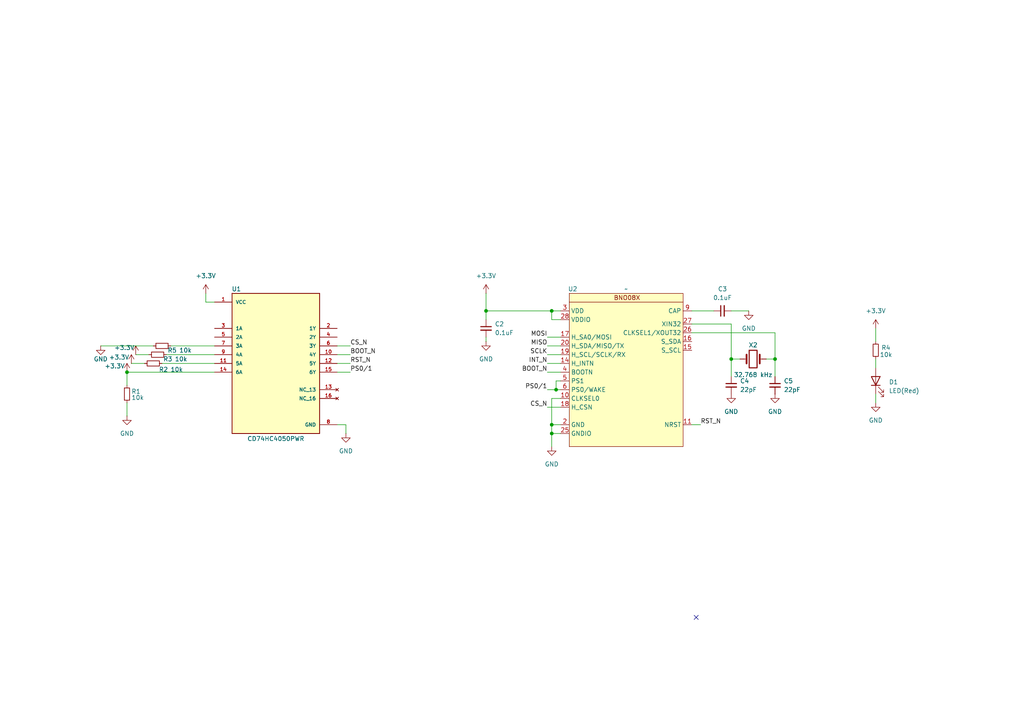
<source format=kicad_sch>
(kicad_sch (version 20231120) (generator "eeschema") (generator_version "8.0")
  (paper "A4")
  (title_block (title "Inertial Measurement Unit Board") (date "2024-02-28") (rev "v1.0.0") (company "Running Cadence Measurement Belt") (comment 1 "For Round 1 PCB Order"))
  (lib_symbols
    (symbol "445Symbols:BNO08X"
      (property "Reference" "U" (at 0 0 0))
      (symbol "BNO08X_0_1"
        (polyline (pts (xy 0 -3.81) (xy 33.02 -3.81)))
      )
      (symbol "BNO08X_1_1"
        (rectangle (start 0 -1.27) (end 33.02 -45.72) (fill (type background)))
        (text "BNO08X" (at 16.764 -2.54 0) (effects (font (size 1.27 1.27))))
        (pin input line (at -2.54 -31.75 0) (length 2.54) (name "CLKSEL0") (number "10"))
        (pin input line (at 35.56 -39.37 180) (length 2.54) (name "NRST") (number "11"))
        (pin output line (at -2.54 -21.59 0) (length 2.54) (name "H_INTN") (number "14"))
        (pin bidirectional line (at 35.56 -17.78 180) (length 2.54) (name "S_SCL") (number "15"))
        (pin bidirectional line (at 35.56 -15.24 180) (length 2.54) (name "S_SDA") (number "16"))
        (pin output line (at -2.54 -13.97 0) (length 2.54) (name "H_SA0/MOSI") (number "17"))
        (pin input line (at -2.54 -34.29 0) (length 2.54) (name "H_CSN") (number "18"))
        (pin bidirectional line (at -2.54 -19.05 0) (length 2.54) (name "H_SCL/SCLK/RX") (number "19"))
        (pin input line (at -2.54 -39.37 0) (length 2.54) (name "GND") (number "2"))
        (pin bidirectional line (at -2.54 -16.51 0) (length 2.54) (name "H_SDA/MISO/TX") (number "20"))
        (pin input line (at -2.54 -41.91 0) (length 2.54) (name "GNDIO") (number "25"))
        (pin output line (at 35.56 -12.7 180) (length 2.54) (name "CLKSEL1/XOUT32") (number "26"))
        (pin input line (at 35.56 -10.16 180) (length 2.54) (name "XIN32") (number "27"))
        (pin input line (at -2.54 -8.89 0) (length 2.54) (name "VDDIO") (number "28"))
        (pin input line (at -2.54 -6.35 0) (length 2.54) (name "VDD") (number "3"))
        (pin input line (at -2.54 -24.13 0) (length 2.54) (name "BOOTN") (number "4"))
        (pin input line (at -2.54 -26.67 0) (length 2.54) (name "PS1") (number "5"))
        (pin input line (at -2.54 -29.21 0) (length 2.54) (name "PS0/WAKE") (number "6"))
        (pin passive line (at 35.56 -6.35 180) (length 2.54) (name "CAP") (number "9"))
      )
    )
    (symbol "CD74HC4050PWR:CD74HC4050PWR" (pin_names (offset 1.016))
      (property "Reference" "U" (at -12.7 21.59 0))
      (property "Value" "CD74HC4050PWR" (at -12.7 -22.86 0))
      (symbol "CD74HC4050PWR_0_0"
        (rectangle (start -12.7 -20.32) (end 12.7 20.32) (stroke (width 0.254)) (fill (type background)))
        (pin power_in line (at -17.78 17.78 0) (length 5.08) (name "VCC") (number "1"))
        (pin output line (at 17.78 2.54 180) (length 5.08) (name "4Y") (number "10"))
        (pin input line (at -17.78 0 0) (length 5.08) (name "5A") (number "11"))
        (pin output line (at 17.78 0 180) (length 5.08) (name "5Y") (number "12"))
        (pin no_connect line (at 17.78 -7.62 180) (length 5.08) (name "NC_13") (number "13"))
        (pin input line (at -17.78 -2.54 0) (length 5.08) (name "6A") (number "14"))
        (pin output line (at 17.78 -2.54 180) (length 5.08) (name "6Y") (number "15"))
        (pin no_connect line (at 17.78 -10.16 180) (length 5.08) (name "NC_16") (number "16"))
        (pin output line (at 17.78 10.16 180) (length 5.08) (name "1Y") (number "2"))
        (pin input line (at -17.78 10.16 0) (length 5.08) (name "1A") (number "3"))
        (pin output line (at 17.78 7.62 180) (length 5.08) (name "2Y") (number "4"))
        (pin input line (at -17.78 7.62 0) (length 5.08) (name "2A") (number "5"))
        (pin output line (at 17.78 5.08 180) (length 5.08) (name "3Y") (number "6"))
        (pin input line (at -17.78 5.08 0) (length 5.08) (name "3A") (number "7"))
        (pin power_in line (at 17.78 -17.78 180) (length 5.08) (name "GND") (number "8"))
        (pin input line (at -17.78 2.54 0) (length 5.08) (name "4A") (number "9"))
      )
    )
    (symbol "Device:C_Small" (pin_numbers hide) (pin_names (offset 0.254) hide)
      (property "Reference" "C" (at 0.254 1.778 0))
      (property "Value" "C_Small" (at 0.254 -2.032 0))
      (symbol "C_Small_0_1"
        (polyline (pts (xy -1.524 -0.508) (xy 1.524 -0.508)) (stroke (width 0.3302)))
        (polyline (pts (xy -1.524 0.508) (xy 1.524 0.508)) (stroke (width 0.3048)))
      )
      (symbol "C_Small_1_1"
        (pin passive line (at 0 2.54 270) (length 2.032) (name "~") (number "1"))
        (pin passive line (at 0 -2.54 90) (length 2.032) (name "~") (number "2"))
      )
    )
    (symbol "Device:Crystal" (pin_numbers hide) (pin_names (offset 1.016) hide)
      (property "Reference" "Y" (at 0 3.81 0))
      (property "Value" "Crystal" (at 0 -3.81 0))
      (symbol "Crystal_0_1"
        (rectangle (start -1.143 2.54) (end 1.143 -2.54) (stroke (width 0.3048)))
        (polyline (pts (xy -2.54 0) (xy -1.905 0)))
        (polyline (pts (xy -1.905 -1.27) (xy -1.905 1.27)) (stroke (width 0.508)))
        (polyline (pts (xy 1.905 -1.27) (xy 1.905 1.27)) (stroke (width 0.508)))
        (polyline (pts (xy 2.54 0) (xy 1.905 0)))
      )
      (symbol "Crystal_1_1"
        (pin passive line (at -3.81 0 0) (length 1.27) (name "1") (number "1"))
        (pin passive line (at 3.81 0 180) (length 1.27) (name "2") (number "2"))
      )
    )
    (symbol "Device:LED" (pin_numbers hide) (pin_names (offset 1.016) hide)
      (property "Reference" "D" (at 0 2.54 0))
      (property "Value" "LED" (at 0 -2.54 0))
      (symbol "LED_0_1"
        (polyline (pts (xy -1.27 -1.27) (xy -1.27 1.27)) (stroke (width 0.254)))
        (polyline (pts (xy -1.27 0) (xy 1.27 0)))
        (polyline (pts (xy 1.27 -1.27) (xy 1.27 1.27) (xy -1.27 0) (xy 1.27 -1.27)) (stroke (width 0.254)))
        (polyline (pts (xy -3.048 -0.762) (xy -4.572 -2.286) (xy -3.81 -2.286) (xy -4.572 -2.286) (xy -4.572 -1.524)))
        (polyline (pts (xy -1.778 -0.762) (xy -3.302 -2.286) (xy -2.54 -2.286) (xy -3.302 -2.286) (xy -3.302 -1.524)))
      )
      (symbol "LED_1_1"
        (pin passive line (at -3.81 0 0) (length 2.54) (name "K") (number "1"))
        (pin passive line (at 3.81 0 180) (length 2.54) (name "A") (number "2"))
      )
    )
    (symbol "Device:R_Small" (pin_numbers hide) (pin_names (offset 0.254) hide)
      (property "Reference" "R" (at 0.762 0.508 0))
      (property "Value" "R_Small" (at 0.762 -1.016 0))
      (symbol "R_Small_0_1"
        (rectangle (start -0.762 1.778) (end 0.762 -1.778) (stroke (width 0.2032)))
      )
      (symbol "R_Small_1_1"
        (pin passive line (at 0 2.54 270) (length 0.762) (name "~") (number "1"))
        (pin passive line (at 0 -2.54 90) (length 0.762) (name "~") (number "2"))
      )
    )
    (symbol "power:+3.3V" (power) (pin_numbers hide) (pin_names (offset 0) hide)
      (property "Value" "+3.3V" (at 0 3.556 0))
      (symbol "+3.3V_0_1"
        (polyline (pts (xy -0.762 1.27) (xy 0 2.54)))
        (polyline (pts (xy 0 0) (xy 0 2.54)))
        (polyline (pts (xy 0 2.54) (xy 0.762 1.27)))
      )
      (symbol "+3.3V_1_1"
        (pin power_in line (at 0 0 90) (length 0) (name "~") (number "1"))
      )
    )
    (symbol "power:GND" (power) (pin_numbers hide) (pin_names (offset 0) hide)
      (property "Value" "GND" (at 0 -3.81 0))
      (symbol "GND_0_1"
        (polyline (pts (xy 0 0) (xy 0 -1.27) (xy 1.27 -1.27) (xy 0 -2.54) (xy -1.27 -1.27) (xy 0 -1.27)))
      )
      (symbol "GND_1_1"
        (pin power_in line (at 0 0 270) (length 0) (name "~") (number "1"))
      )
    )
  )
  (junction (at 140.97 90.17))
  (junction (at 160.02 123.19))
  (junction (at 36.83 107.95))
  (junction (at 160.02 125.73))
  (junction (at 212.09 104.14))
  (junction (at 161.29 113.03))
  (junction (at 224.79 104.14))
  (junction (at 160.02 90.17))
  (no_connect (at 201.93 179.07))
  (wire (pts (xy 162.56 113.03) (xy 161.29 113.03)))
  (wire (pts (xy 158.75 118.11) (xy 162.56 118.11)))
  (wire (pts (xy 224.79 96.52) (xy 200.66 96.52)))
  (wire (pts (xy 160.02 125.73) (xy 162.56 125.73)))
  (wire (pts (xy 49.53 100.33) (xy 62.23 100.33)))
  (wire (pts (xy 212.09 90.17) (xy 217.17 90.17)))
  (wire (pts (xy 162.56 110.49) (xy 161.29 110.49)))
  (wire (pts (xy 212.09 93.98) (xy 212.09 104.14)))
  (wire (pts (xy 158.75 105.41) (xy 162.56 105.41)))
  (wire (pts (xy 48.26 102.87) (xy 62.23 102.87)))
  (wire (pts (xy 97.79 105.41) (xy 101.6 105.41)))
  (wire (pts (xy 140.97 85.09) (xy 140.97 90.17)))
  (wire (pts (xy 158.75 102.87) (xy 162.56 102.87)))
  (wire (pts (xy 160.02 125.73) (xy 160.02 129.54)))
  (wire (pts (xy 160.02 123.19) (xy 160.02 125.73)))
  (wire (pts (xy 29.21 100.33) (xy 44.45 100.33)))
  (wire (pts (xy 160.02 115.57) (xy 160.02 123.19)))
  (wire (pts (xy 203.2 123.19) (xy 200.66 123.19)))
  (wire (pts (xy 97.79 107.95) (xy 101.6 107.95)))
  (wire (pts (xy 100.33 123.19) (xy 100.33 125.73)))
  (wire (pts (xy 161.29 110.49) (xy 161.29 113.03)))
  (wire (pts (xy 162.56 115.57) (xy 160.02 115.57)))
  (wire (pts (xy 222.25 104.14) (xy 224.79 104.14)))
  (wire (pts (xy 140.97 90.17) (xy 140.97 92.71)))
  (wire (pts (xy 254 104.14) (xy 254 106.68)))
  (wire (pts (xy 160.02 92.71) (xy 160.02 90.17)))
  (wire (pts (xy 97.79 100.33) (xy 101.6 100.33)))
  (wire (pts (xy 158.75 97.79) (xy 162.56 97.79)))
  (wire (pts (xy 224.79 104.14) (xy 224.79 109.22)))
  (wire (pts (xy 158.75 113.03) (xy 161.29 113.03)))
  (wire (pts (xy 254 95.25) (xy 254 99.06)))
  (wire (pts (xy 224.79 104.14) (xy 224.79 96.52)))
  (wire (pts (xy 140.97 90.17) (xy 160.02 90.17)))
  (wire (pts (xy 158.75 100.33) (xy 162.56 100.33)))
  (wire (pts (xy 212.09 104.14) (xy 212.09 109.22)))
  (wire (pts (xy 254 114.3) (xy 254 116.84)))
  (wire (pts (xy 97.79 102.87) (xy 101.6 102.87)))
  (wire (pts (xy 62.23 87.63) (xy 59.69 87.63)))
  (wire (pts (xy 162.56 92.71) (xy 160.02 92.71)))
  (wire (pts (xy 38.1 105.41) (xy 41.91 105.41)))
  (wire (pts (xy 214.63 104.14) (xy 212.09 104.14)))
  (wire (pts (xy 59.69 85.09) (xy 59.69 87.63)))
  (wire (pts (xy 160.02 90.17) (xy 162.56 90.17)))
  (wire (pts (xy 39.37 102.87) (xy 43.18 102.87)))
  (wire (pts (xy 158.75 107.95) (xy 162.56 107.95)))
  (wire (pts (xy 200.66 90.17) (xy 207.01 90.17)))
  (wire (pts (xy 97.79 123.19) (xy 100.33 123.19)))
  (wire (pts (xy 140.97 97.79) (xy 140.97 99.06)))
  (wire (pts (xy 36.83 116.84) (xy 36.83 120.65)))
  (wire (pts (xy 162.56 123.19) (xy 160.02 123.19)))
  (wire (pts (xy 36.83 107.95) (xy 36.83 111.76)))
  (wire (pts (xy 46.99 105.41) (xy 62.23 105.41)))
  (wire (pts (xy 36.83 107.95) (xy 62.23 107.95)))
  (wire (pts (xy 200.66 93.98) (xy 212.09 93.98)))
  (label "SCLK" (at 158.75 102.87 180))
  (label "RST_N" (at 203.2 123.19 0))
  (label "CS_N" (at 158.75 118.11 180))
  (label "CS_N" (at 101.6 100.33 0))
  (label "MISO" (at 158.75 100.33 180))
  (label "PS0{slash}1" (at 101.6 107.95 0))
  (label "BOOT_N" (at 101.6 102.87 0))
  (label "RST_N" (at 101.6 105.41 0))
  (label "BOOT_N" (at 158.75 107.95 180))
  (label "INT_N" (at 158.75 105.41 180))
  (label "PS0{slash}1" (at 158.75 113.03 180))
  (label "MOSI" (at 158.75 97.79 180))
  (symbol (lib_id "445Symbols:BNO08X") (at 165.1 83.82 0) (unit 1)
    (property "Reference" "U2" (at 166.116 83.82 0))
    (property "Value" "~" (at 181.61 83.82 0))
    (property "Footprint" "BNO085:IC_BNO080" (effects (hide yes)))
  )
  (symbol (lib_id "CD74HC4050PWR:CD74HC4050PWR") (at 80.01 105.41 0) (unit 1)
    (property "Reference" "U1" (at 68.58 83.82 0))
    (property "Value" "CD74HC4050PWR" (at 80.01 127.254 0))
    (property "Footprint" "CD74HC4050PWR:SOP65P640X120-16N" (effects (hide yes)))
    (property "PARTREV" "February 2005" (effects (hide yes)))
    (property "MANUFACTURER" "Texas Instruments" (effects (hide yes)))
    (property "MAXIMUM_PACKAGE_HEIGHT" "1.2 mm" (effects (hide yes)))
    (property "STANDARD" "IPC 7351B" (effects (hide yes)))
  )
  (symbol (lib_id "Device:R_Small") (at 44.45 105.41 90) (unit 1)
    (property "Reference" "R2" (at 48.768 107.188 90) (effects (justify left)))
    (property "Value" "10k" (at 53.086 107.188 90) (effects (justify left)))
    (property "Footprint" "Resistor_SMD:R_0805_2012Metric_Pad1.20x1.40mm_HandSolder" (effects (hide yes)))
    (property "Description" "Resistor, small symbol" (effects (hide yes)))
  )
  (symbol (lib_id "Device:Crystal") (at 218.44 104.14 0) (unit 1)
    (property "Reference" "X2" (at 218.44 100.076 0))
    (property "Value" "32.768 kHz" (at 218.44 108.712 0))
    (property "Footprint" "Oscillator:Oscillator_SMD_Fordahl_DFAS15-4Pin_5.0x3.2mm_HandSoldering" (effects (hide yes)))
    (property "Description" "Two pin crystal" (effects (hide yes)))
  )
  (symbol (lib_id "power:GND") (at 217.17 90.17 0) (unit 1)
    (property "Reference" "#PWR07" (effects (hide yes)))
    (property "Value" "GND" (at 217.17 95.25 0))
    (property "Description" "Power symbol creates a global label with name \"GND\" , ground" (effects (hide yes)))
  )
  (symbol (lib_id "power:GND") (at 212.09 114.3 0) (unit 1)
    (property "Reference" "#PWR06" (effects (hide yes)))
    (property "Value" "GND" (at 212.09 119.38 0))
    (property "Description" "Power symbol creates a global label with name \"GND\" , ground" (effects (hide yes)))
  )
  (symbol (lib_id "power:+3.3V") (at 140.97 85.09 0) (unit 1)
    (property "Reference" "#PWR03" (effects (hide yes)))
    (property "Value" "+3.3V" (at 140.97 80.01 0))
    (property "Description" "Power symbol creates a global label with name \"+3.3V\"" (effects (hide yes)))
  )
  (symbol (lib_id "Device:R_Small") (at 45.72 102.87 90) (unit 1)
    (property "Reference" "R3" (at 50.038 104.14 90) (effects (justify left)))
    (property "Value" "10k" (at 54.356 104.14 90) (effects (justify left)))
    (property "Footprint" "Resistor_SMD:R_0805_2012Metric_Pad1.20x1.40mm_HandSolder" (effects (hide yes)))
    (property "Description" "Resistor, small symbol" (effects (hide yes)))
  )
  (symbol (lib_id "power:GND") (at 29.21 100.33 0) (unit 1)
    (property "Reference" "#PWR015" (effects (hide yes)))
    (property "Value" "GND" (at 29.21 104.14 0))
    (property "Description" "Power symbol creates a global label with name \"GND\" , ground" (effects (hide yes)))
  )
  (symbol (lib_id "Device:R_Small") (at 46.99 100.33 90) (unit 1)
    (property "Reference" "R5" (at 51.308 101.6 90) (effects (justify left)))
    (property "Value" "10k" (at 55.626 101.6 90) (effects (justify left)))
    (property "Footprint" "Resistor_SMD:R_0805_2012Metric_Pad1.20x1.40mm_HandSolder" (effects (hide yes)))
    (property "Description" "Resistor, small symbol" (effects (hide yes)))
  )
  (symbol (lib_id "power:GND") (at 36.83 120.65 0) (unit 1)
    (property "Reference" "#PWR02" (effects (hide yes)))
    (property "Value" "GND" (at 36.83 125.73 0))
    (property "Description" "Power symbol creates a global label with name \"GND\" , ground" (effects (hide yes)))
  )
  (symbol (lib_id "power:GND") (at 254 116.84 0) (unit 1)
    (property "Reference" "#PWR012" (effects (hide yes)))
    (property "Value" "GND" (at 254 121.92 0))
    (property "Description" "Power symbol creates a global label with name \"GND\" , ground" (effects (hide yes)))
  )
  (symbol (lib_id "power:+3.3V") (at 36.83 107.95 0) (unit 1)
    (property "Reference" "#PWR01" (effects (hide yes)))
    (property "Value" "+3.3V" (at 33.274 106.172 0))
    (property "Description" "Power symbol creates a global label with name \"+3.3V\"" (effects (hide yes)))
  )
  (symbol (lib_id "power:GND") (at 160.02 129.54 0) (unit 1)
    (property "Reference" "#PWR05" (effects (hide yes)))
    (property "Value" "GND" (at 160.02 134.62 0))
    (property "Description" "Power symbol creates a global label with name \"GND\" , ground" (effects (hide yes)))
  )
  (symbol (lib_id "power:+3.3V") (at 39.37 102.87 0) (unit 1)
    (property "Reference" "#PWR010" (effects (hide yes)))
    (property "Value" "+3.3V" (at 36.068 100.838 0))
    (property "Description" "Power symbol creates a global label with name \"+3.3V\"" (effects (hide yes)))
  )
  (symbol (lib_id "power:GND") (at 100.33 125.73 0) (unit 1)
    (property "Reference" "#PWR013" (effects (hide yes)))
    (property "Value" "GND" (at 100.33 130.81 0))
    (property "Description" "Power symbol creates a global label with name \"GND\" , ground" (effects (hide yes)))
  )
  (symbol (lib_id "power:GND") (at 224.79 114.3 0) (unit 1)
    (property "Reference" "#PWR08" (effects (hide yes)))
    (property "Value" "GND" (at 224.79 119.38 0))
    (property "Description" "Power symbol creates a global label with name \"GND\" , ground" (effects (hide yes)))
  )
  (symbol (lib_id "power:GND") (at 140.97 99.06 0) (unit 1)
    (property "Reference" "#PWR04" (effects (hide yes)))
    (property "Value" "GND" (at 140.97 104.14 0))
    (property "Description" "Power symbol creates a global label with name \"GND\" , ground" (effects (hide yes)))
  )
  (symbol (lib_id "power:+3.3V") (at 59.69 85.09 0) (unit 1)
    (property "Reference" "#PWR014" (effects (hide yes)))
    (property "Value" "+3.3V" (at 59.69 80.01 0))
    (property "Description" "Power symbol creates a global label with name \"+3.3V\"" (effects (hide yes)))
  )
  (symbol (lib_id "Device:C_Small") (at 209.55 90.17 90) (unit 1)
    (property "Reference" "C3" (at 209.5563 83.82 90))
    (property "Value" "0.1uF" (at 209.5563 86.36 90))
    (property "Footprint" "Capacitor_SMD:C_0805_2012Metric_Pad1.18x1.45mm_HandSolder" (effects (hide yes)))
    (property "Description" "Unpolarized capacitor, small symbol" (effects (hide yes)))
  )
  (symbol (lib_id "Device:LED") (at 254 110.49 90) (unit 1)
    (property "Reference" "D1" (at 257.81 110.8074 90) (effects (justify right)))
    (property "Value" "LED(Red)" (at 257.81 113.3474 90) (effects (justify right)))
    (property "Footprint" "LED_SMD:LED_0603_1608Metric_Pad1.05x0.95mm_HandSolder" (effects (hide yes)))
    (property "Description" "Light emitting diode" (effects (hide yes)))
  )
  (symbol (lib_id "power:+3.3V") (at 38.1 105.41 0) (unit 1)
    (property "Reference" "#PWR09" (effects (hide yes)))
    (property "Value" "+3.3V" (at 34.544 103.632 0))
    (property "Description" "Power symbol creates a global label with name \"+3.3V\"" (effects (hide yes)))
  )
  (symbol (lib_id "Device:R_Small") (at 254 101.6 180) (unit 1)
    (property "Reference" "R4" (at 258.318 100.838 0) (effects (justify left)))
    (property "Value" "10k" (at 258.826 102.87 0) (effects (justify left)))
    (property "Footprint" "Resistor_SMD:R_0805_2012Metric_Pad1.20x1.40mm_HandSolder" (effects (hide yes)))
    (property "Description" "Resistor, small symbol" (effects (hide yes)))
  )
  (symbol (lib_id "Device:C_Small") (at 224.79 111.76 0) (unit 1)
    (property "Reference" "C5" (at 227.33 110.4962 0) (effects (justify left)))
    (property "Value" "22pF" (at 227.33 113.0362 0) (effects (justify left)))
    (property "Footprint" "Capacitor_SMD:C_0603_1608Metric_Pad1.08x0.95mm_HandSolder" (effects (hide yes)))
    (property "Description" "Unpolarized capacitor, small symbol" (effects (hide yes)))
  )
  (symbol (lib_id "Device:C_Small") (at 140.97 95.25 0) (unit 1)
    (property "Reference" "C2" (at 143.51 93.9862 0) (effects (justify left)))
    (property "Value" "0.1uF" (at 143.51 96.5262 0) (effects (justify left)))
    (property "Footprint" "Capacitor_SMD:C_0805_2012Metric_Pad1.18x1.45mm_HandSolder" (effects (hide yes)))
    (property "Description" "Unpolarized capacitor, small symbol" (effects (hide yes)))
  )
  (symbol (lib_id "Device:C_Small") (at 212.09 111.76 0) (unit 1)
    (property "Reference" "C4" (at 214.63 110.4962 0) (effects (justify left)))
    (property "Value" "22pF" (at 214.63 113.0362 0) (effects (justify left)))
    (property "Footprint" "Capacitor_SMD:C_0603_1608Metric_Pad1.08x0.95mm_HandSolder" (effects (hide yes)))
    (property "Description" "Unpolarized capacitor, small symbol" (effects (hide yes)))
  )
  (symbol (lib_id "power:+3.3V") (at 254 95.25 0) (unit 1)
    (property "Reference" "#PWR011" (effects (hide yes)))
    (property "Value" "+3.3V" (at 254 90.17 0))
    (property "Description" "Power symbol creates a global label with name \"+3.3V\"" (effects (hide yes)))
  )
  (symbol (lib_id "Device:R_Small") (at 36.83 114.3 0) (unit 1)
    (property "Reference" "R1" (at 38.1 113.538 0) (effects (justify left)))
    (property "Value" "10k" (at 38.1 115.316 0) (effects (justify left)))
    (property "Footprint" "Resistor_SMD:R_0805_2012Metric_Pad1.20x1.40mm_HandSolder" (effects (hide yes)))
    (property "Description" "Resistor, small symbol" (effects (hide yes)))
  )
)
</source>
